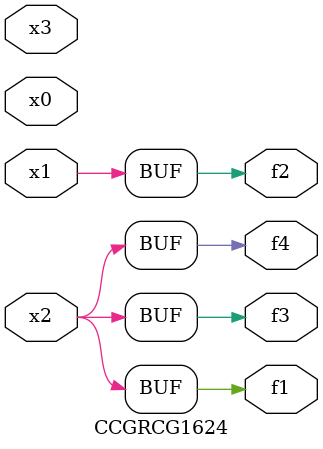
<source format=v>
module CCGRCG1624(
	input x0, x1, x2, x3,
	output f1, f2, f3, f4
);
	assign f1 = x2;
	assign f2 = x1;
	assign f3 = x2;
	assign f4 = x2;
endmodule

</source>
